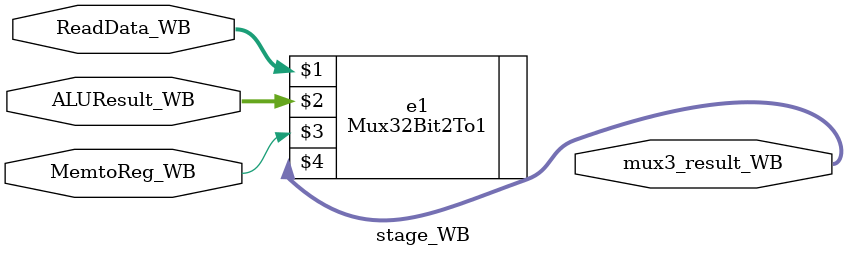
<source format=v>
module stage_WB (ReadData_WB, ALUResult_WB, MemtoReg_WB, mux3_result_WB);

  input [31:0] ReadData_WB;
  input [31:0] ALUResult_WB;
  input MemtoReg_WB;
  output [31:0] mux3_result_WB;

  //Mux32Bit2To1(inA, inB, sel, out);
  Mux32Bit2To1 e1(ReadData_WB, ALUResult_WB, MemtoReg_WB, mux3_result_WB);
  

endmodule

</source>
